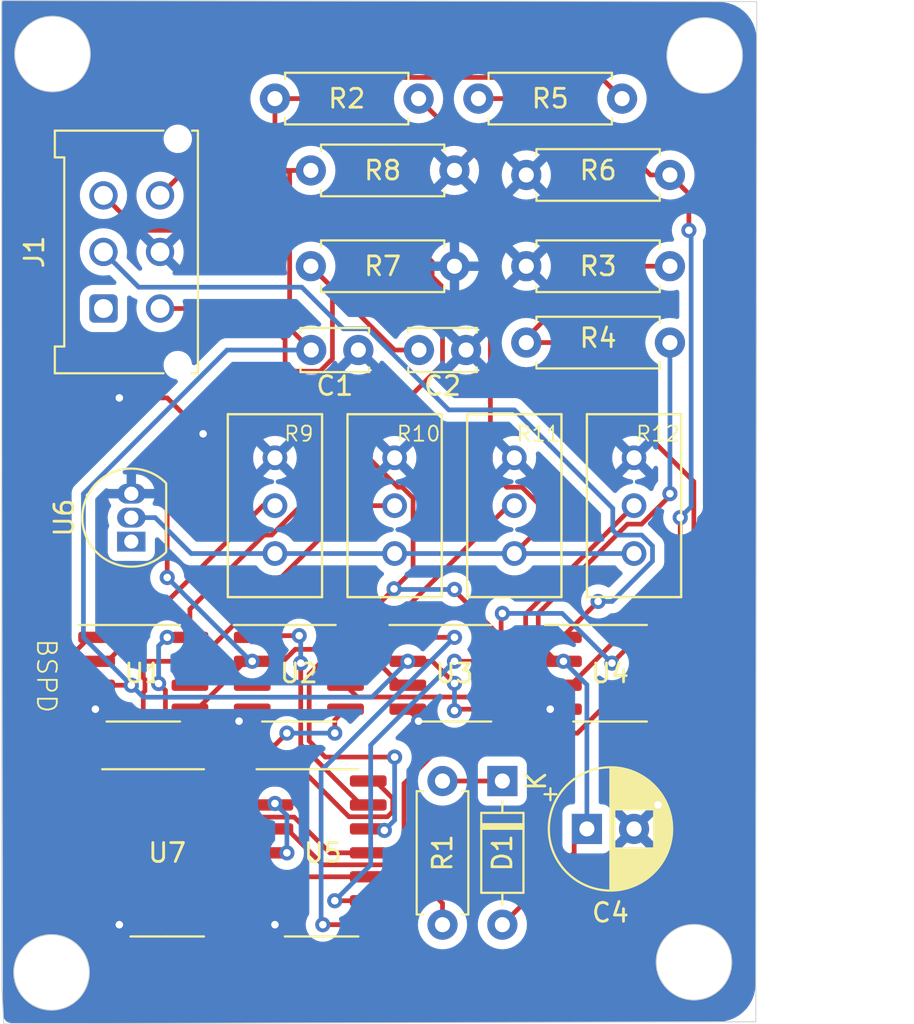
<source format=kicad_pcb>
(kicad_pcb (version 20221018) (generator pcbnew)
  (layers (0 "F.Cu" signal) (31 "B.Cu" signal) (34 "B.Paste" user) (35 "F.Paste" user) (36 "B.SilkS" user "B.Silkscreen") (37 "F.SilkS" user "F.Silkscreen") (38 "B.Mask" user) (39 "F.Mask" user) (44 "Edge.Cuts" user))
  (net 0 "")
  (net 1 "fault")
  (net 2 "Net-(D1-K)")
  (net 3 "12V")
  (net 4 "5V")
  (net 5 "GND")
  (net 6 "Net-(D1-A)")
  (net 7 "Net-(U4A-+)")
  (net 8 "brake")
  (net 9 "current")
  (net 10 "high_current")
  (net 11 "hard_brake")
  (net 12 "brake_short_ground")
  (net 13 "0.5V")
  (net 14 "4.5V")
  (net 15 "brake_short_power")
  (net 16 "current_short_ground")
  (net 17 "current_short_power")
  (net 18 "BSPD_signal")
  (net 19 "fault_1")
  (net 20 "Net-(U5-1B)")
  (net 21 "Net-(U5-2A)")
  (net 22 "Net-(U5-2B)")
  (net 23 "Net-(U7-1Y)")
  (net 31 "Net-(U1A--)")
  (net 32 "Net-(U1B--)")
  (footprint "Capacitor_THT:C_Disc_D3.4mm_W2.1mm_P2.50mm" (layer "F.Cu") (at 160.675 71.12)
    (fp_text reference "C1" (at 1.25 1.905) (layer "F.SilkS"))
    (fp_text value "0.1u")
    (pad "1" thru_hole circle (at 0 0) (size 1.6 1.6) (drill 0.8) (layers "*.Cu" "*.Mask") (net 9 "current"))
    (pad "2" thru_hole circle (at 2.5 0) (size 1.6 1.6) (drill 0.8) (layers "*.Cu" "*.Mask") (net 5 "GND"))
  )
  (footprint "Resistor_THT:R_Axial_DIN0207_L6.3mm_D2.5mm_P7.62mm_Horizontal" (layer "F.Cu") (at 169.545 57.785)
    (fp_text reference "R5" (at 3.81 0) (layer "F.SilkS"))
    (fp_text value "47k")
    (pad "1" thru_hole circle (at 0 0) (size 1.6 1.6) (drill 0.8) (layers "*.Cu" "*.Mask") (net 7 "Net-(U4A-+)"))
    (pad "2" thru_hole oval (at 7.62 0) (size 1.6 1.6) (drill 0.8) (layers "*.Cu" "*.Mask") (net 3 "12V"))
  )
  (footprint "Connector_Molex:Molex_Micro-Fit_3.0_43045-0612_2x03_P3.00mm_Vertical" (layer "F.Cu") (at 149.6538 68.9186 90)
    (fp_text reference "J1" (at 3 -3.67 90) (layer "F.SilkS"))
    (fp_text value "043045-0612")
    (pad "" np_thru_hole circle (at -3 3.94 90) (size 1 1) (drill 1) (layers "*.Cu" "*.Mask"))
    (pad "" np_thru_hole circle (at 9 3.94 90) (size 1 1) (drill 1) (layers "*.Cu" "*.Mask"))
    (pad "1" thru_hole roundrect (at 0 0 90) (size 1.5 1.5) (drill 1) (layers "*.Cu" "*.Mask") (roundrect_rratio 0.166667))
    (pad "2" thru_hole circle (at 3 0 90) (size 1.5 1.5) (drill 1) (layers "*.Cu" "*.Mask") (net 18 "BSPD_signal"))
    (pad "3" thru_hole circle (at 6 0 90) (size 1.5 1.5) (drill 1) (layers "*.Cu" "*.Mask") (net 9 "current"))
    (pad "4" thru_hole circle (at 0 3 90) (size 1.5 1.5) (drill 1) (layers "*.Cu" "*.Mask") (net 8 "brake"))
    (pad "5" thru_hole circle (at 3 3 90) (size 1.5 1.5) (drill 1) (layers "*.Cu" "*.Mask") (net 5 "GND"))
    (pad "6" thru_hole circle (at 6 3 90) (size 1.5 1.5) (drill 1) (layers "*.Cu" "*.Mask") (net 3 "12V"))
  )
  (footprint "Resistor_THT:R_Axial_DIN0207_L6.3mm_D2.5mm_P7.62mm_Horizontal" (layer "F.Cu") (at 158.75 57.785)
    (fp_text reference "R2" (at 3.81 0) (layer "F.SilkS"))
    (fp_text value "2.7k")
    (pad "1" thru_hole circle (at 0 0) (size 1.6 1.6) (drill 0.8) (layers "*.Cu" "*.Mask") (net 3 "12V"))
    (pad "2" thru_hole oval (at 7.62 0) (size 1.6 1.6) (drill 0.8) (layers "*.Cu" "*.Mask") (net 4 "5V"))
  )
  (footprint "Package_SO:SOIC-8_3.9x4.9mm_P1.27mm" (layer "F.Cu") (at 176.53 88.265)
    (fp_text reference "U4" (at 0 0) (layer "F.SilkS"))
    (fp_text value "LM358")
    (pad "1" smd roundrect (at -2.475 -1.905) (size 1.95 0.6) (layers "F.Cu" "F.Paste" "F.Mask") (net 18 "BSPD_signal"))
    (pad "2" smd roundrect (at -2.475 -0.635) (size 1.95 0.6) (layers "F.Cu" "F.Paste" "F.Mask") (net 6 "Net-(D1-A)"))
    (pad "3" smd roundrect (at -2.475 0.635) (size 1.95 0.6) (layers "F.Cu" "F.Paste" "F.Mask") (net 7 "Net-(U4A-+)"))
    (pad "4" smd roundrect (at -2.475 1.905) (size 1.95 0.6) (layers "F.Cu" "F.Paste" "F.Mask") (net 5 "GND"))
    (pad "5" smd roundrect (at 2.475 1.905) (size 1.95 0.6) (layers "F.Cu" "F.Paste" "F.Mask"))
    (pad "6" smd roundrect (at 2.475 0.635) (size 1.95 0.6) (layers "F.Cu" "F.Paste" "F.Mask"))
    (pad "7" smd roundrect (at 2.475 -0.635) (size 1.95 0.6) (layers "F.Cu" "F.Paste" "F.Mask"))
    (pad "8" smd roundrect (at 2.475 -1.905) (size 1.95 0.6) (layers "F.Cu" "F.Paste" "F.Mask") (net 3 "12V"))
  )
  (footprint "Capacitor_THT:C_Disc_D3.4mm_W2.1mm_P2.50mm" (layer "F.Cu") (at 166.39 71.12)
    (fp_text reference "C2" (at 1.25 1.905) (layer "F.SilkS"))
    (fp_text value "0.1u")
    (pad "1" thru_hole circle (at 0 0) (size 1.6 1.6) (drill 0.8) (layers "*.Cu" "*.Mask") (net 8 "brake"))
    (pad "2" thru_hole circle (at 2.5 0) (size 1.6 1.6) (drill 0.8) (layers "*.Cu" "*.Mask") (net 5 "GND"))
  )
  (footprint "Potentiometer_THT:Potentiometer_Vishay_T93YA103KT20" (layer "F.Cu") (at 165.1 79.375)
    (fp_text reference "R10" (at 1.27 -3.81 180) (layer "F.SilkS") (effects (font (size 0.8 0.8) (thickness 0.1))))
    (fp_text value "T93YA103KT20")
    (pad "A" thru_hole circle (at 0 -2.54) (size 1.308 1.308) (drill 0.8) (layers "*.Cu" "*.Mask") (net 5 "GND"))
    (pad "B" thru_hole circle (at 0 0) (size 1.308 1.308) (drill 0.8) (layers "*.Cu" "*.Mask") (net 32 "Net-(U1B--)"))
    (pad "C" thru_hole circle (at 0 2.54) (size 1.308 1.308) (drill 0.8) (layers "*.Cu" "*.Mask") (net 4 "5V"))
  )
  (footprint "Resistor_THT:R_Axial_DIN0207_L6.3mm_D2.5mm_P7.62mm_Horizontal" (layer "F.Cu") (at 167.64 101.6 90)
    (fp_text reference "R1" (at 3.81 0 90) (layer "F.SilkS"))
    (fp_text value "1k")
    (pad "1" thru_hole circle (at 0 0 90) (size 1.6 1.6) (drill 0.8) (layers "*.Cu" "*.Mask") (net 1 "fault"))
    (pad "2" thru_hole oval (at 7.62 0 90) (size 1.6 1.6) (drill 0.8) (layers "*.Cu" "*.Mask") (net 2 "Net-(D1-K)"))
  )
  (footprint "Package_SO:SOIC-8_3.9x4.9mm_P1.27mm" (layer "F.Cu") (at 160.02 88.265)
    (fp_text reference "U2" (at 0 0) (layer "F.SilkS"))
    (fp_text value "LM358")
    (pad "1" smd roundrect (at -2.475 -1.905) (size 1.95 0.6) (layers "F.Cu" "F.Paste" "F.Mask") (net 12 "brake_short_ground"))
    (pad "2" smd roundrect (at -2.475 -0.635) (size 1.95 0.6) (layers "F.Cu" "F.Paste" "F.Mask") (net 8 "brake"))
    (pad "3" smd roundrect (at -2.475 0.635) (size 1.95 0.6) (layers "F.Cu" "F.Paste" "F.Mask") (net 13 "0.5V"))
    (pad "4" smd roundrect (at -2.475 1.905) (size 1.95 0.6) (layers "F.Cu" "F.Paste" "F.Mask") (net 5 "GND"))
    (pad "5" smd roundrect (at 2.475 1.905) (size 1.95 0.6) (layers "F.Cu" "F.Paste" "F.Mask") (net 8 "brake"))
    (pad "6" smd roundrect (at 2.475 0.635) (size 1.95 0.6) (layers "F.Cu" "F.Paste" "F.Mask") (net 14 "4.5V"))
    (pad "7" smd roundrect (at 2.475 -0.635) (size 1.95 0.6) (layers "F.Cu" "F.Paste" "F.Mask") (net 15 "brake_short_power"))
    (pad "8" smd roundrect (at 2.475 -1.905) (size 1.95 0.6) (layers "F.Cu" "F.Paste" "F.Mask") (net 3 "12V"))
  )
  (footprint "Resistor_THT:R_Axial_DIN0207_L6.3mm_D2.5mm_P7.62mm_Horizontal" (layer "F.Cu") (at 160.655 66.675)
    (fp_text reference "R7" (at 3.81 0) (layer "F.SilkS"))
    (fp_text value "10k")
    (pad "1" thru_hole circle (at 0 0) (size 1.6 1.6) (drill 0.8) (layers "*.Cu" "*.Mask") (net 8 "brake"))
    (pad "2" thru_hole oval (at 7.62 0) (size 1.6 1.6) (drill 0.8) (layers "*.Cu" "*.Mask") (net 5 "GND"))
  )
  (footprint "Resistor_THT:R_Axial_DIN0207_L6.3mm_D2.5mm_P7.62mm_Horizontal" (layer "F.Cu") (at 168.275 61.595 180)
    (fp_text reference "R8" (at 3.81 0) (layer "F.SilkS"))
    (fp_text value "10k")
    (pad "1" thru_hole circle (at 0 0 180) (size 1.6 1.6) (drill 0.8) (layers "*.Cu" "*.Mask") (net 5 "GND"))
    (pad "2" thru_hole oval (at 7.62 0 180) (size 1.6 1.6) (drill 0.8) (layers "*.Cu" "*.Mask") (net 9 "current"))
  )
  (footprint "Resistor_THT:R_Axial_DIN0207_L6.3mm_D2.5mm_P7.62mm_Horizontal" (layer "F.Cu") (at 172.085 66.675)
    (fp_text reference "R3" (at 3.81 0) (layer "F.SilkS"))
    (fp_text value "5k")
    (pad "1" thru_hole circle (at 0 0) (size 1.6 1.6) (drill 0.8) (layers "*.Cu" "*.Mask") (net 5 "GND"))
    (pad "2" thru_hole oval (at 7.62 0) (size 1.6 1.6) (drill 0.8) (layers "*.Cu" "*.Mask") (net 1 "fault"))
  )
  (footprint "Diode_THT:D_DO-35_SOD27_P7.62mm_Horizontal" (layer "F.Cu") (at 170.815 93.98 -90)
    (fp_text reference "D1" (at 3.81 0 90) (layer "F.SilkS"))
    (fp_text value "1N4148")
    (fp_text user "K" (at 0 -1.8 90) (layer "F.SilkS"))
    (pad "1" thru_hole rect (at 0 0 270) (size 1.6 1.6) (drill 0.8) (layers "*.Cu" "*.Mask") (net 2 "Net-(D1-K)"))
    (pad "2" thru_hole oval (at 7.62 0 270) (size 1.6 1.6) (drill 0.8) (layers "*.Cu" "*.Mask") (net 6 "Net-(D1-A)"))
  )
  (footprint "Package_SO:SOIC-14_3.9x8.7mm_P1.27mm" (layer "F.Cu") (at 161.225 97.79)
    (fp_text reference "U5" (at 0.065 0) (layer "F.SilkS"))
    (fp_text value "HEF4071B (OR)")
    (pad "1" smd roundrect (at -2.475 -3.81) (size 1.95 0.6) (layers "F.Cu" "F.Paste" "F.Mask") (net 19 "fault_1"))
    (pad "2" smd roundrect (at -2.475 -2.54) (size 1.95 0.6) (layers "F.Cu" "F.Paste" "F.Mask") (net 20 "Net-(U5-1B)"))
    (pad "3" smd roundrect (at -2.475 -1.27) (size 1.95 0.6) (layers "F.Cu" "F.Paste" "F.Mask") (net 1 "fault"))
    (pad "4" smd roundrect (at -2.475 0) (size 1.95 0.6) (layers "F.Cu" "F.Paste" "F.Mask") (net 20 "Net-(U5-1B)"))
    (pad "5" smd roundrect (at -2.475 1.27) (size 1.95 0.6) (layers "F.Cu" "F.Paste" "F.Mask") (net 21 "Net-(U5-2A)"))
    (pad "6" smd roundrect (at -2.475 2.54) (size 1.95 0.6) (layers "F.Cu" "F.Paste" "F.Mask") (net 22 "Net-(U5-2B)"))
    (pad "7" smd roundrect (at -2.475 3.81) (size 1.95 0.6) (layers "F.Cu" "F.Paste" "F.Mask") (net 5 "GND"))
    (pad "8" smd roundrect (at 2.475 3.81) (size 1.95 0.6) (layers "F.Cu" "F.Paste" "F.Mask") (net 16 "current_short_ground"))
    (pad "9" smd roundrect (at 2.475 2.54) (size 1.95 0.6) (layers "F.Cu" "F.Paste" "F.Mask") (net 17 "current_short_power"))
    (pad "10" smd roundrect (at 2.475 1.27) (size 1.95 0.6) (layers "F.Cu" "F.Paste" "F.Mask") (net 21 "Net-(U5-2A)"))
    (pad "11" smd roundrect (at 2.475 0) (size 1.95 0.6) (layers "F.Cu" "F.Paste" "F.Mask") (net 22 "Net-(U5-2B)"))
    (pad "12" smd roundrect (at 2.475 -1.27) (size 1.95 0.6) (layers "F.Cu" "F.Paste" "F.Mask") (net 15 "brake_short_power"))
    (pad "13" smd roundrect (at 2.475 -2.54) (size 1.95 0.6) (layers "F.Cu" "F.Paste" "F.Mask") (net 12 "brake_short_ground"))
    (pad "14" smd roundrect (at 2.475 -3.81) (size 1.95 0.6) (layers "F.Cu" "F.Paste" "F.Mask") (net 3 "12V"))
  )
  (footprint "Potentiometer_THT:Potentiometer_Vishay_T93YA103KT20" (layer "F.Cu") (at 177.8 79.375)
    (fp_text reference "R12" (at 1.27 -3.81 180) (layer "F.SilkS") (effects (font (size 0.8 0.8) (thickness 0.1))))
    (fp_text value "T93YA103KT20")
    (pad "A" thru_hole circle (at 0 -2.54) (size 1.308 1.308) (drill 0.8) (layers "*.Cu" "*.Mask") (net 5 "GND"))
    (pad "B" thru_hole circle (at 0 0) (size 1.308 1.308) (drill 0.8) (layers "*.Cu" "*.Mask") (net 14 "4.5V"))
    (pad "C" thru_hole circle (at 0 2.54) (size 1.308 1.308) (drill 0.8) (layers "*.Cu" "*.Mask") (net 4 "5V"))
  )
  (footprint "Package_TO_SOT_THT:TO-92_Inline" (layer "F.Cu") (at 151.13 81.28 90)
    (fp_text reference "U6" (at 1.27 -3.56 90) (layer "F.SilkS"))
    (fp_text value "LM4040LP-5")
    (pad "1" thru_hole rect (at 0 0 90) (size 1.05 1.5) (drill 0.75) (layers "*.Cu" "*.Mask"))
    (pad "2" thru_hole oval (at 1.27 0 90) (size 1.05 1.5) (drill 0.75) (layers "*.Cu" "*.Mask") (net 4 "5V"))
    (pad "3" thru_hole oval (at 2.54 0 90) (size 1.05 1.5) (drill 0.75) (layers "*.Cu" "*.Mask") (net 5 "GND"))
  )
  (footprint "Package_SO:SOIC-8_3.9x4.9mm_P1.27mm" (layer "F.Cu") (at 168.275 88.265)
    (fp_text reference "U3" (at 0 0) (layer "F.SilkS"))
    (fp_text value "LM358")
    (pad "1" smd roundrect (at -2.475 -1.905) (size 1.95 0.6) (layers "F.Cu" "F.Paste" "F.Mask") (net 16 "current_short_ground"))
    (pad "2" smd roundrect (at -2.475 -0.635) (size 1.95 0.6) (layers "F.Cu" "F.Paste" "F.Mask") (net 9 "current"))
    (pad "3" smd roundrect (at -2.475 0.635) (size 1.95 0.6) (layers "F.Cu" "F.Paste" "F.Mask") (net 13 "0.5V"))
    (pad "4" smd roundrect (at -2.475 1.905) (size 1.95 0.6) (layers "F.Cu" "F.Paste" "F.Mask") (net 5 "GND"))
    (pad "5" smd roundrect (at 2.475 1.905) (size 1.95 0.6) (layers "F.Cu" "F.Paste" "F.Mask") (net 9 "current"))
    (pad "6" smd roundrect (at 2.475 0.635) (size 1.95 0.6) (layers "F.Cu" "F.Paste" "F.Mask") (net 14 "4.5V"))
    (pad "7" smd roundrect (at 2.475 -0.635) (size 1.95 0.6) (layers "F.Cu" "F.Paste" "F.Mask") (net 17 "current_short_power"))
    (pad "8" smd roundrect (at 2.475 -1.905) (size 1.95 0.6) (layers "F.Cu" "F.Paste" "F.Mask") (net 3 "12V"))
  )
  (footprint "Package_SO:SOIC-14_3.9x8.7mm_P1.27mm" (layer "F.Cu") (at 153.035 97.79)
    (fp_text reference "U7" (at 0 0) (layer "F.SilkS"))
    (fp_text value "HEF4011B (NAND)")
    (pad "1" smd roundrect (at -2.475 -3.81) (size 1.95 0.6) (layers "F.Cu" "F.Paste" "F.Mask") (net 10 "high_current"))
    (pad "2" smd roundrect (at -2.475 -2.54) (size 1.95 0.6) (layers "F.Cu" "F.Paste" "F.Mask") (net 11 "hard_brake"))
    (pad "3" smd roundrect (at -2.475 -1.27) (size 1.95 0.6) (layers "F.Cu" "F.Paste" "F.Mask") (net 23 "Net-(U7-1Y)"))
    (pad "4" smd roundrect (at -2.475 0) (size 1.95 0.6) (layers "F.Cu" "F.Paste" "F.Mask") (net 19 "fault_1"))
    (pad "5" smd roundrect (at -2.475 1.27) (size 1.95 0.6) (layers "F.Cu" "F.Paste" "F.Mask") (net 23 "Net-(U7-1Y)"))
    (pad "6" smd roundrect (at -2.475 2.54) (size 1.95 0.6) (layers "F.Cu" "F.Paste" "F.Mask") (net 3 "12V"))
    (pad "7" smd roundrect (at -2.475 3.81) (size 1.95 0.6) (layers "F.Cu" "F.Paste" "F.Mask") (net 5 "GND"))
    (pad "8" smd roundrect (at 2.475 3.81) (size 1.95 0.6) (layers "F.Cu" "F.Paste" "F.Mask"))
    (pad "9" smd roundrect (at 2.475 2.54) (size 1.95 0.6) (layers "F.Cu" "F.Paste" "F.Mask"))
    (pad "10" smd roundrect (at 2.475 1.27) (size 1.95 0.6) (layers "F.Cu" "F.Paste" "F.Mask"))
    (pad "11" smd roundrect (at 2.475 0) (size 1.95 0.6) (layers "F.Cu" "F.Paste" "F.Mask"))
    (pad "12" smd roundrect (at 2.475 -1.27) (size 1.95 0.6) (layers "F.Cu" "F.Paste" "F.Mask"))
    (pad "13" smd roundrect (at 2.475 -2.54) (size 1.95 0.6) (layers "F.Cu" "F.Paste" "F.Mask"))
    (pad "14" smd roundrect (at 2.475 -3.81) (size 1.95 0.6) (layers "F.Cu" "F.Paste" "F.Mask") (net 3 "12V"))
  )
  (footprint "Potentiometer_THT:Potentiometer_Vishay_T93YA103KT20" (layer "F.Cu") (at 171.45 79.375)
    (fp_text reference "R11" (at 1.27 -3.81 180) (layer "F.SilkS") (effects (font (size 0.8 0.8) (thickness 0.1))))
    (fp_text value "T93YA103KT20")
    (pad "A" thru_hole circle (at 0 -2.54) (size 1.308 1.308) (drill 0.8) (layers "*.Cu" "*.Mask") (net 5 "GND"))
    (pad "B" thru_hole circle (at 0 0) (size 1.308 1.308) (drill 0.8) (layers "*.Cu" "*.Mask") (net 13 "0.5V"))
    (pad "C" thru_hole circle (at 0 2.54) (size 1.308 1.308) (drill 0.8) (layers "*.Cu" "*.Mask") (net 4 "5V"))
  )
  (footprint "Potentiometer_THT:Potentiometer_Vishay_T93YA103KT20" (layer "F.Cu") (at 158.75 79.375)
    (fp_text reference "R9" (at 1.27 -3.81 180) (layer "F.SilkS") (effects (font (size 0.8 0.8) (thickness 0.1))))
    (fp_text value "T93YA103KT20")
    (pad "A" thru_hole circle (at 0 -2.54) (size 1.308 1.308) (drill 0.8) (layers "*.Cu" "*.Mask") (net 5 "GND"))
    (pad "B" thru_hole circle (at 0 0) (size 1.308 1.308) (drill 0.8) (layers "*.Cu" "*.Mask") (net 31 "Net-(U1A--)"))
    (pad "C" thru_hole circle (at 0 2.54) (size 1.308 1.308) (drill 0.8) (layers "*.Cu" "*.Mask") (net 4 "5V"))
  )
  (footprint "Resistor_THT:R_Axial_DIN0207_L6.3mm_D2.5mm_P7.62mm_Horizontal" (layer "F.Cu") (at 172.085 61.835)
    (fp_text reference "R6" (at 3.81 -0.24) (layer "F.SilkS"))
    (fp_text value "47k")
    (pad "1" thru_hole circle (at 0 0) (size 1.6 1.6) (drill 0.8) (layers "*.Cu" "*.Mask") (net 5 "GND"))
    (pad "2" thru_hole oval (at 7.62 0) (size 1.6 1.6) (drill 0.8) (layers "*.Cu" "*.Mask") (net 7 "Net-(U4A-+)"))
  )
  (footprint "Package_SO:SOIC-8_3.9x4.9mm_P1.27mm" (layer "F.Cu") (at 151.765 88.265)
    (fp_text reference "U1" (at 0 0) (layer "F.SilkS"))
    (fp_text value "LM358")
    (pad "1" smd roundrect (at -2.475 -1.905) (size 1.95 0.6) (layers "F.Cu" "F.Paste" "F.Mask") (net 10 "high_current"))
    (pad "2" smd roundrect (at -2.475 -0.635) (size 1.95 0.6) (layers "F.Cu" "F.Paste" "F.Mask") (net 31 "Net-(U1A--)"))
    (pad "3" smd roundrect (at -2.475 0.635) (size 1.95 0.6) (layers "F.Cu" "F.Paste" "F.Mask") (net 9 "current"))
    (pad "4" smd roundrect (at -2.475 1.905) (size 1.95 0.6) (layers "F.Cu" "F.Paste" "F.Mask") (net 5 "GND"))
    (pad "5" smd roundrect (at 2.475 1.905) (size 1.95 0.6) (layers "F.Cu" "F.Paste" "F.Mask") (net 8 "brake"))
    (pad "6" smd roundrect (at 2.475 0.635) (size 1.95 0.6) (layers "F.Cu" "F.Paste" "F.Mask") (net 32 "Net-(U1B--)"))
    (pad "7" smd roundrect (at 2.475 -0.635) (size 1.95 0.6) (layers "F.Cu" "F.Paste" "F.Mask") (net 11 "hard_brake"))
    (pad "8" smd roundrect (at 2.475 -1.905) (size 1.95 0.6) (layers "F.Cu" "F.Paste" "F.Mask") (net 3 "12V"))
  )
  (footprint "Capacitor_THT:CP_Radial_D6.3mm_P2.50mm" (layer "F.Cu") (at 175.3 96.52)
    (fp_text reference "C4" (at 1.25 4.445) (layer "F.SilkS"))
    (fp_text value "12u")
    (pad "1" thru_hole rect (at 0 0) (size 1.6 1.6) (drill 0.8) (layers "*.Cu" "*.Mask") (net 6 "Net-(D1-A)"))
    (pad "2" thru_hole circle (at 2.5 0) (size 1.6 1.6) (drill 0.8) (layers "*.Cu" "*.Mask") (net 5 "GND"))
  )
  (footprint "Resistor_THT:R_Axial_DIN0207_L6.3mm_D2.5mm_P7.62mm_Horizontal" (layer "F.Cu") (at 172.085 70.725)
    (fp_text reference "R4" (at 3.81 -0.24) (layer "F.SilkS"))
    (fp_text value "50k")
    (pad "1" thru_hole circle (at 0 0) (size 1.6 1.6) (drill 0.8) (layers "*.Cu" "*.Mask") (net 1 "fault"))
    (pad "2" thru_hole oval (at 7.62 0) (size 1.6 1.6) (drill 0.8) (layers "*.Cu" "*.Mask") (net 6 "Net-(D1-A)"))
  )
  (gr_line (start 184.26 106.75) (end 144.36 106.86) (stroke (width 0.05)) (layer "Edge.Cuts"))
  (gr_line (start 144.36 106.86) (end 144.25 104.82) (stroke (width 0.05)) (layer "Edge.Cuts"))
  (gr_line (start 144.25 104.82) (end 144.25 52.58) (stroke (width 0.05)) (layer "Edge.Cuts"))
  (gr_circle (center 180.98 103.59) (end 182.98 103.59) (stroke (width 0.05)) (fill none) (layer "Edge.Cuts"))
  (gr_circle (center 146.9 104.13) (end 148.9 104.13) (stroke (width 0.05)) (fill none) (layer "Edge.Cuts"))
  (gr_circle (center 146.95 55.42) (end 148.95 55.42) (stroke (width 0.05)) (fill none) (layer "Edge.Cuts"))
  (gr_line (start 184.31 52.64) (end 184.26 106.75) (stroke (width 0.05)) (layer "Edge.Cuts"))
  (gr_line (start 144.25 52.58) (end 184.31 52.64) (stroke (width 0.05)) (layer "Edge.Cuts"))
  (gr_circle (center 181.55 55.5) (end 183.55 55.5) (stroke (width 0.05)) (fill none) (layer "Edge.Cuts"))
  (gr_text "BSPD" (at 146.05 86.36 -90) (layer "F.SilkS") (effects (font (size 1 1) (thickness 0.1)) (justify left bottom)))
  (segment (start 165.59637 94.11863) (end 168.275 91.44) (width 0.25) (layer "F.Cu") (net 1))
  (segment (start 180.975 87.306751) (end 180.975 78.105) (width 0.25) (layer "F.Cu") (net 1))
  (segment (start 167.64 101.6) (end 167.64 100.46863) (width 0.25) (layer "F.Cu") (net 1))
  (segment (start 175.895 66.675) (end 179.705 66.675) (width 0.25) (layer "F.Cu") (net 1))
  (segment (start 180.975 78.105) (end 173.595 70.725) (width 0.25) (layer "F.Cu") (net 1))
  (segment (start 172.085 70.725) (end 172.085 70.485) (width 0.25) (layer "F.Cu") (net 1))
  (segment (start 159.385 96.52) (end 158.75 96.52) (width 0.25) (layer "F.Cu") (net 1))
  (segment (start 173.595 70.725) (end 172.085 70.725) (width 0.25) (layer "F.Cu") (net 1))
  (segment (start 174.798249 91.44) (end 177.983249 88.255) (width 0.25) (layer "F.Cu") (net 1))
  (segment (start 172.085 70.485) (end 175.895 66.675) (width 0.25) (layer "F.Cu") (net 1))
  (segment (start 167.64 100.46863) (end 165.59637 98.425) (width 0.25) (layer "F.Cu") (net 1))
  (segment (start 161.29 98.425) (end 159.385 96.52) (width 0.25) (layer "F.Cu") (net 1))
  (segment (start 165.59637 98.425) (end 161.29 98.425) (width 0.25) (layer "F.Cu") (net 1))
  (segment (start 177.983249 88.255) (end 180.026751 88.255) (width 0.25) (layer "F.Cu") (net 1))
  (segment (start 168.275 91.44) (end 174.798249 91.44) (width 0.25) (layer "F.Cu") (net 1))
  (segment (start 180.026751 88.255) (end 180.975 87.306751) (width 0.25) (layer "F.Cu") (net 1))
  (segment (start 165.59637 98.425) (end 165.59637 94.11863) (width 0.25) (layer "F.Cu") (net 1))
  (segment (start 167.64 93.98) (end 170.815 93.98) (width 0.25) (layer "F.Cu") (net 2))
  (segment (start 152.94 89.171) (end 152.94 92.615) (width 0.25) (layer "F.Cu") (net 3))
  (segment (start 165.505516 78.396) (end 165.276484 78.396) (width 0.25) (layer "F.Cu") (net 3))
  (segment (start 152.6538 62.9186) (end 154.3974 61.175) (width 0.25) (layer "F.Cu") (net 3))
  (segment (start 167.089505 66.438514) (end 163.83 63.179009) (width 0.25) (layer "F.Cu") (net 3))
  (segment (start 170.75 86.36) (end 170.75 85.155) (width 0.25) (layer "F.Cu") (net 3))
  (segment (start 167.089505 67.225495) (end 167.089505 66.438514) (width 0.25) (layer "F.Cu") (net 3))
  (segment (start 152.39 95.895) (end 154.305 93.98) (width 0.25) (layer "F.Cu") (net 3))
  (segment (start 164.076751 93.98) (end 163.7 93.98) (width 0.25) (layer "F.Cu") (net 3))
  (segment (start 158.573516 80.936) (end 163.252258 76.257258) (width 0.25) (layer "F.Cu") (net 3))
  (segment (start 163.83 56.66) (end 161.78 56.66) (width 0.25) (layer "F.Cu") (net 3))
  (segment (start 167.64 67.775991) (end 167.089505 67.225495) (width 0.25) (layer "F.Cu") (net 3))
  (segment (start 162.678249 95.875) (end 164.721751 95.875) (width 0.25) (layer "F.Cu") (net 3))
  (segment (start 168.275 83.885) (end 168.275 83.82) (width 0.25) (layer "F.Cu") (net 3))
  (segment (start 165 95.596751) (end 165 94.903249) (width 0.25) (layer "F.Cu") (net 3))
  (segment (start 176.628175 87.728175) (end 177.99635 86.36) (width 0.25) (layer "F.Cu") (net 3))
  (segment (start 160.158249 93.355) (end 162.678249 95.875) (width 0.25) (layer "F.Cu") (net 3))
  (segment (start 153.035 86.36) (end 154.24 86.36) (width 0.25) (layer "F.Cu") (net 3))
  (segment (start 152.5795 88.8105) (end 152.94 89.171) (width 0.25) (layer "F.Cu") (net 3))
  (segment (start 165.0675 83.7875) (end 166.079 82.776) (width 0.25) (layer "F.Cu") (net 3))
  (segment (start 170.75 85.155) (end 170.815 85.09) (width 0.25) (layer "F.Cu") (net 3))
  (segment (start 148.333249 95.895) (end 152.39 95.895) (width 0.25) (layer "F.Cu") (net 3))
  (segment (start 163.252258 76.257258) (end 167.64 71.869516) (width 0.25) (layer "F.Cu") (net 3))
  (segment (start 165.276484 78.396) (end 163.252258 76.371774) (width 0.25) (layer "F.Cu") (net 3))
  (segment (start 158.168 80.936) (end 158.573516 80.936) (width 0.25) (layer "F.Cu") (net 3))
  (segment (start 148.14 96.088249) (end 148.333249 95.895) (width 0.25) (layer "F.Cu") (net 3))
  (segment (start 154.24 84.864) (end 158.168 80.936) (width 0.25) (layer "F.Cu") (net 3))
  (segment (start 177.99635 86.36) (end 179.005 86.36) (width 0.25) (layer "F.Cu") (net 3))
  (segment (start 160.655 57.785) (end 161.78 56.66) (width 0.25) (layer "F.Cu") (net 3))
  (segment (start 158.75 60.365) (end 158.75 57.785) (width 0.25) (layer "F.Cu") (net 3))
  (segment (start 154.305 93.98) (end 154.93 93.355) (width 0.25) (layer "F.Cu") (net 3))
  (segment (start 158.75 57.785) (end 160.655 57.785) (width 0.25) (layer "F.Cu") (net 3))
  (segment (start 167.64 71.869516) (end 167.64 67.775991) (width 0.25) (layer "F.Cu") (net 3))
  (segment (start 152.94 92.615) (end 154.305 93.98) (width 0.25) (layer "F.Cu") (net 3))
  (segment (start 165 94.903249) (end 164.076751 93.98) (width 0.25) (layer "F.Cu") (net 3))
  (segment (start 166.079 82.776) (end 166.079 78.969484) (width 0.25) (layer "F.Cu") (net 3))
  (segment (start 154.93 93.355) (end 160.158249 93.355) (width 0.25) (layer "F.Cu") (net 3))
  (segment (start 154.24 86.36) (end 154.24 84.864) (width 0.25) (layer "F.Cu") (net 3))
  (segment (start 148.978249 100.33) (end 148.14 99.491751) (width 0.25) (layer "F.Cu") (net 3))
  (segment (start 163.83 63.179009) (end 163.83 56.66) (width 0.25) (layer "F.Cu") (net 3))
  (segment (start 170.75 86.36) (end 168.275 83.885) (width 0.25) (layer "F.Cu") (net 3))
  (segment (start 176.04 56.66) (end 163.83 56.66) (width 0.25) (layer "F.Cu") (net 3))
  (segment (start 162.495 86.36) (end 165.0675 83.7875) (width 0.25) (layer "F.Cu") (net 3))
  (segment (start 154.3974 61.175) (end 157.94 61.175) (width 0.25) (layer "F.Cu") (net 3))
  (segment (start 164.721751 95.875) (end 165 95.596751) (width 0.25) (layer "F.Cu") (net 3))
  (segment (start 177.165 57.785) (end 176.04 56.66) (width 0.25) (layer "F.Cu") (net 3))
  (segment (start 148.14 99.491751) (end 148.14 96.088249) (width 0.25) (layer "F.Cu") (net 3))
  (segment (start 157.94 61.175) (end 158.75 60.365) (width 0.25) (layer "F.Cu") (net 3))
  (segment (start 166.079 78.969484) (end 165.505516 78.396) (width 0.25) (layer "F.Cu") (net 3))
  (segment (start 150.56 100.33) (end 148.978249 100.33) (width 0.25) (layer "F.Cu") (net 3))
  (segment (start 163.252258 76.371774) (end 163.252258 76.257258) (width 0.25) (layer "F.Cu") (net 3))
  (via (at 176.628175 87.728175) (size 0.8) (drill 0.4) (layers "F.Cu" "B.Cu") (net 3))
  (via (at 152.5795 88.8105) (size 0.8) (drill 0.4) (layers "F.Cu" "B.Cu") (net 3))
  (via (at 170.815 85.09) (size 0.8) (drill 0.4) (layers "F.Cu" "B.Cu") (net 3))
  (via (at 168.275 83.82) (size 0.8) (drill 0.4) (layers "F.Cu" "B.Cu") (net 3))
  (via (at 153.035 86.36) (size 0.8) (drill 0.4) (layers "F.Cu" "B.Cu") (net 3))
  (via (at 165.0675 83.7875) (size 0.8) (drill 0.4) (layers "F.Cu" "B.Cu") (net 3))
  (segment (start 153.035 86.36) (end 152.5795 86.8155) (width 0.25) (layer "B.Cu") (net 3))
  (segment (start 152.5795 86.8155) (end 152.5795 88.8105) (width 0.25) (layer "B.Cu") (net 3))
  (segment (start 168.275 83.82) (end 165.1 83.82) (width 0.25) (layer "B.Cu") (net 3))
  (segment (start 173.99 85.09) (end 176.628175 87.728175) (width 0.25) (layer "B.Cu") (net 3))
  (segment (start 165.1 83.82) (end 165.0675 83.7875) (width 0.25) (layer "B.Cu") (net 3))
  (segment (start 170.815 85.09) (end 173.99 85.09) (width 0.25) (layer "B.Cu") (net 3))
  (segment (start 171.855516 78.396) (end 172.72 79.260484) (width 0.25) (layer "F.Cu") (net 4))
  (segment (start 170.18 61.595) (end 170.18 77.531516) (width 0.25) (layer "F.Cu") (net 4))
  (segment (start 171.044484 78.396) (end 171.855516 78.396) (width 0.25) (layer "F.Cu") (net 4))
  (segment (start 170.18 77.531516) (end 171.044484 78.396) (width 0.25) (layer "F.Cu") (net 4))
  (segment (start 166.37 57.785) (end 170.18 61.595) (width 0.25) (layer "F.Cu") (net 4))
  (segment (start 172.72 80.645) (end 171.45 81.915) (width 0.25) (layer "F.Cu") (net 4))
  (segment (start 172.72 79.260484) (end 172.72 80.645) (width 0.25) (layer "F.Cu") (net 4))
  (segment (start 151.13 80.01) (end 152.4 80.01) (width 0.25) (layer "B.Cu") (net 4))
  (segment (start 158.75 81.915) (end 154.305 81.915) (width 0.25) (layer "B.Cu") (net 4))
  (segment (start 165.1 81.915) (end 171.45 81.915) (width 0.25) (layer "B.Cu") (net 4))
  (segment (start 171.45 81.915) (end 177.8 81.915) (width 0.25) (layer "B.Cu") (net 4))
  (segment (start 152.4 80.01) (end 154.305 81.915) (width 0.25) (layer "B.Cu") (net 4))
  (segment (start 158.75 81.915) (end 165.1 81.915) (width 0.25) (layer "B.Cu") (net 4))
  (segment (start 179.07 95.25) (end 177.8 96.52) (width 0.25) (layer "F.Cu") (net 5))
  (segment (start 150.495 73.66) (end 153.035 73.66) (width 0.25) (layer "F.Cu") (net 5))
  (segment (start 156.91 90.805) (end 157.545 90.17) (width 0.25) (layer "F.Cu") (net 5))
  (segment (start 166.37 90.74) (end 165.8 90.17) (width 0.25) (layer "F.Cu") (net 5))
  (segment (start 156.845 90.805) (end 156.91 90.805) (width 0.25) (layer "F.Cu") (net 5))
  (segment (start 166.37 90.805) (end 166.37 90.74) (width 0.25) (layer "F.Cu") (net 5))
  (segment (start 153.035 73.66) (end 154.94 75.565) (width 0.25) (layer "F.Cu") (net 5))
  (via (at 150.495 73.66) (size 0.8) (drill 0.4) (layers "F.Cu" "B.Cu") (net 5))
  (via (at 150.495 101.6) (size 0.8) (drill 0.4) (layers "F.Cu" "B.Cu") (net 5))
  (via (at 179.07 95.25) (size 0.8) (drill 0.4) (layers "F.Cu" "B.Cu") (net 5))
  (via (at 149.225 90.17) (size 0.8) (drill 0.4) (layers "F.Cu" "B.Cu") (net 5))
  (via (at 154.94 75.565) (size 0.8) (drill 0.4) (layers "F.Cu" "B.Cu") (net 5))
  (via (at 173.355 90.17) (size 0.8) (drill 0.4) (layers "F.Cu" "B.Cu") (net 5))
  (via (at 156.845 90.805) (size 0.8) (drill 0.4) (layers "F.Cu" "B.Cu") (net 5))
  (via (at 166.37 90.805) (size 0.8) (drill 0.4) (layers "F.Cu" "B.Cu") (net 5))
  (via (at 158.75 101.6) (size 0.8) (drill 0.4) (layers "F.Cu" "B.Cu") (net 5))
  (segment (start 170.815 101.6) (end 174.625 97.79) (width 0.25) (layer "F.Cu") (net 6))
  (segment (start 174.625 97.79) (end 174.625 97.195) (width 0.25) (layer "F.Cu") (net 6))
  (segment (start 174.625 97.195) (end 175.3 96.52) (width 0.25) (layer "F.Cu") (net 6))
  (segment (start 172.72 86.671751) (end 173.678249 87.63) (width 0.25) (layer "F.Cu") (net 6))
  (segment (start 177.457396 80.354) (end 172.72 85.091396) (width 0.25) (layer "F.Cu") (net 6))
  (segment (start 179.705 78.854516) (end 178.205516 80.354) (width 0.25) (layer "F.Cu") (net 6))
  (segment (start 179.705 78.74) (end 179.705 78.854516) (width 0.25) (layer "F.Cu") (net 6))
  (segment (start 173.678249 87.63) (end 174.055 87.63) (width 0.25) (layer "F.Cu") (net 6))
  (segment (start 172.72 85.091396) (end 172.72 86.671751) (width 0.25) (layer "F.Cu") (net 6))
  (segment (start 178.205516 80.354) (end 177.457396 80.354) (width 0.25) (layer "F.Cu") (net 6))
  (via (at 174.055 87.63) (size 0.8) (drill 0.4) (layers "F.Cu" "B.Cu") (net 6))
  (via (at 179.705 78.74) (size 0.8) (drill 0.4) (layers "F.Cu" "B.Cu") (net 6))
  (segment (start 179.705 70.725) (end 179.705 78.74) (width 0.25) (layer "B.Cu") (net 6))
  (segment (start 175.3 88.875) (end 175.3 96.52) (width 0.25) (layer "B.Cu") (net 6))
  (segment (start 175.3 88.875) (end 174.055 87.63) (width 0.25) (layer "B.Cu") (net 6))
  (segment (start 179.705 61.835) (end 178.675 61.835) (width 0.25) (layer "F.Cu") (net 7))
  (segment (start 178.675 61.835) (end 174.625 57.785) (width 0.25) (layer "F.Cu") (net 7))
  (segment (start 180.7105 63.0795) (end 180.83 62.96) (width 0.25) (layer "F.Cu") (net 7))
  (segment (start 174.431751 88.9) (end 180.195 83.136751) (width 0.25) (layer "F.Cu") (net 7))
  (segment (start 180.195 83.136751) (end 180.2505 83.081251) (width 0.25) (layer "F.Cu") (net 7))
  (segment (start 180.83 62.96) (end 179.705 61.835) (width 0.25) (layer "F.Cu") (net 7))
  (segment (start 174.055 88.9) (end 174.431751 88.9) (width 0.25) (layer "F.Cu") (net 7))
  (segment (start 174.625 57.785) (end 169.545 57.785) (width 0.25) (layer "F.Cu") (net 7))
  (segment (start 180.7105 64.77) (end 180.7105 63.0795) (width 0.25) (layer "F.Cu") (net 7))
  (segment (start 180.2505 83.081251) (end 180.2505 80.01) (width 0.25) (layer "F.Cu") (net 7))
  (via (at 180.2505 80.01) (size 0.8) (drill 0.4) (layers "F.Cu" "B.Cu") (net 7))
  (via (at 180.7105 64.77) (size 0.8) (drill 0.4) (layers "F.Cu" "B.Cu") (net 7))
  (segment (start 180.83 79.4305) (end 180.83 64.8895) (width 0.25) (layer "B.Cu") (net 7))
  (segment (start 180.2505 80.01) (end 180.83 79.4305) (width 0.25) (layer "B.Cu") (net 7))
  (segment (start 180.83 64.8895) (end 180.7105 64.77) (width 0.25) (layer "B.Cu") (net 7))
  (segment (start 153.035 79.255) (end 159.29 73) (width 0.25) (layer "F.Cu") (net 8))
  (segment (start 165.1 71.12) (end 160.655 66.675) (width 0.25) (layer "F.Cu") (net 8))
  (segment (start 157.6436 68.9186) (end 159.29 70.565) (width 0.25) (layer "F.Cu") (net 8))
  (segment (start 161.8 71.585991) (end 161.140991 72.245) (width 0.25) (layer "F.Cu") (net 8))
  (segment (start 152.6538 68.9186) (end 157.6436 68.9186) (width 0.25) (layer "F.Cu") (net 8))
  (segment (start 154.24 90.17) (end 156.145 92.075) (width 0.25) (layer "F.Cu") (net 8))
  (segment (start 161.925 90.74) (end 162.495 90.17) (width 0.25) (layer "F.Cu") (net 8))
  (segment (start 161.140991 72.245) (end 159.29 72.245) (width 0.25) (layer "F.Cu") (net 8))
  (segment (start 161.925 91.44) (end 161.925 90.74) (width 0.25) (layer "F.Cu") (net 8))
  (segment (start 166.39 71.12) (end 165.1 71.12) (width 0.25) (layer "F.Cu") (net 8))
  (segment (start 161.8 67.82) (end 161.8 71.585991) (width 0.25) (layer "F.Cu") (net 8))
  (segment (start 153.035 83.185) (end 153.035 79.255) (width 0.25) (layer "F.Cu") (net 8))
  (segment (start 160.655 66.675) (end 161.8 67.82) (width 0.25) (layer "F.Cu") (net 8))
  (segment (start 159.29 73) (end 159.29 72.245) (width 0.25) (layer "F.Cu") (net 8))
  (segment (start 158.75 92.075) (end 159.385 91.44) (width 0.25) (layer "F.Cu") (net 8))
  (segment (start 157.545 87.63) (end 157.168249 87.63) (width 0.25) (layer "F.Cu") (net 8))
  (segment (start 159.29 70.565) (end 159.29 72.245) (width 0.25) (layer "F.Cu") (net 8))
  (segment (start 156.145 92.075) (end 158.75 92.075) (width 0.25) (layer "F.Cu") (net 8))
  (segment (start 154.628249 90.17) (end 154.24 90.17) (width 0.25) (layer "F.Cu") (net 8))
  (segment (start 157.168249 87.63) (end 154.628249 90.17) (width 0.25) (layer "F.Cu") (net 8))
  (via (at 161.925 91.44) (size 0.8) (drill 0.4) (layers "F.Cu" "B.Cu") (net 8))
  (via (at 157.545 87.63) (size 0.8) (drill 0.4) (layers "F.Cu" "B.Cu") (net 8))
  (via (at 153.035 83.185) (size 0.8) (drill 0.4) (layers "F.Cu" "B.Cu") (net 8))
  (via (at 159.385 91.44) (size 0.8) (drill 0.4) (layers "F.Cu" "B.Cu") (net 8))
  (segment (start 157.545 87.63) (end 157.48 87.63) (width 0.25) (layer "B.Cu") (net 8))
  (segment (start 159.385 91.44) (end 161.925 91.44) (width 0.25) (layer "B.Cu") (net 8))
  (segment (start 157.48 87.63) (end 153.035 83.185) (width 0.25) (layer "B.Cu") (net 8))
  (segment (start 168.275 88.8005) (end 167.1045 87.63) (width 0.25) (layer "F.Cu") (net 9))
  (segment (start 151.5052 64.77) (end 159.53 64.77) (width 0.25) (layer "F.Cu") (net 9))
  (segment (start 149.6538 62.9186) (end 151.5052 64.77) (width 0.25) (layer "F.Cu") (net 9))
  (segment (start 160.675 71.12) (end 159.53 69.975) (width 0.25) (layer "F.Cu") (net 9))
  (segment (start 167.1045 87.63) (end 165.8 87.63) (width 0.25) (layer "F.Cu") (net 9))
  (segment (start 149.29 88.9) (end 149.225 88.9) (width 0.25) (layer "F.Cu") (net 9))
  (segment (start 159.53 64.77) (end 159.53 62.23) (width 0.25) (layer "F.Cu") (net 9))
  (segment (start 149.225 88.9) (end 151.13 88.9) (width 0.25) (layer "F.Cu") (net 9))
  (segment (start 159.53 69.975) (end 159.53 64.77) (width 0.25) (layer "F.Cu") (net 9))
  (segment (start 159.53 61.74) (end 159.385 61.595) (width 0.25) (layer "F.Cu") (net 9))
  (segment (start 168.3545 90.17) (end 168.275 90.2495) (width 0.25) (layer "F.Cu") (net 9))
  (segment (start 170.75 90.17) (end 168.3545 90.17) (width 0.25) (layer "F.Cu") (net 9))
  (segment (start 160.655 61.595) (end 159.385 61.595) (width 0.25) (layer "F.Cu") (net 9))
  (segment (start 159.53 62.23) (end 159.53 61.74) (width 0.25) (layer "F.Cu") (net 9))
  (via (at 151.13 88.9) (size 0.8) (drill 0.4) (layers "F.Cu" "B.Cu") (net 9))
  (via (at 165.8 87.63) (size 0.8) (drill 0.4) (layers "F.Cu" "B.Cu") (net 9))
  (via (at 168.275 88.8005) (size 0.8) (drill 0.4) (layers "F.Cu" "B.Cu") (net 9))
  (via (at 168.275 90.2495) (size 0.8) (drill 0.4) (layers "F.Cu" "B.Cu") (net 9))
  (segment (start 151.13 88.9) (end 151.765 89.535) (width 0.25) (layer "B.Cu") (net 9))
  (segment (start 148.59 78.74) (end 156.21 71.12) (width 0.25) (layer "B.Cu") (net 9))
  (segment (start 148.59 86.36) (end 148.59 78.74) (width 0.25) (layer "B.Cu") (net 9))
  (segment (start 156.21 71.12) (end 160.675 71.12) (width 0.25) (layer "B.Cu") (net 9))
  (segment (start 168.275 90.2495) (end 168.275 88.8005) (width 0.25) (layer "B.Cu") (net 9))
  (segment (start 151.13 88.9) (end 148.59 86.36) (width 0.25) (layer "B.Cu") (net 9))
  (segment (start 151.765 89.535) (end 163.895 89.535) (width 0.25) (layer "B.Cu") (net 9))
  (segment (start 163.895 89.535) (end 165.8 87.63) (width 0.25) (layer "B.Cu") (net 9))
  (segment (start 147.99 92.615) (end 147.99 87.283249) (width 0.25) (layer "F.Cu") (net 10))
  (segment (start 149.355 93.98) (end 147.99 92.615) (width 0.25) (layer "F.Cu") (net 10))
  (segment (start 147.99 87.283249) (end 148.913249 86.36) (width 0.25) (layer "F.Cu") (net 10))
  (segment (start 148.913249 86.36) (end 149.29 86.36) (width 0.25) (layer "F.Cu") (net 10))
  (segment (start 150.56 93.98) (end 149.355 93.98) (width 0.25) (layer "F.Cu") (net 10))
  (segment (start 151.765 87.63) (end 151.765 88.509695) (width 0.25) (layer "F.Cu") (net 11))
  (segment (start 151.86 94.326751) (end 151.765 94.421751) (width 0.25) (layer "F.Cu") (net 11))
  (segment (start 151.765 95.25) (end 150.56 95.25) (width 0.25) (layer "F.Cu") (net 11))
  (segment (start 151.855 88.599695) (end 151.855 89.200305) (width 0.25) (layer "F.Cu") (net 11))
  (segment (start 151.855 89.200305) (end 151.765 89.290305) (width 0.25) (layer "F.Cu") (net 11))
  (segment (start 151.86 93.633249) (end 151.86 94.326751) (width 0.25) (layer "F.Cu") (net 11))
  (segment (start 151.765 94.421751) (end 151.765 95.25) (width 0.25) (layer "F.Cu") (net 11))
  (segment (start 154.24 87.63) (end 151.765 87.63) (width 0.25) (layer "F.Cu") (net 11))
  (segment (start 151.765 88.509695) (end 151.855 88.599695) (width 0.25) (layer "F.Cu") (net 11))
  (segment (start 151.765 89.290305) (end 151.765 93.538249) (width 0.25) (layer "F.Cu") (net 11))
  (segment (start 151.765 93.538249) (end 151.86 93.633249) (width 0.25) (layer "F.Cu") (net 11))
  (segment (start 163.7 95.25) (end 163.323249 95.25) (width 0.25) (layer "F.Cu") (net 12))
  (segment (start 157.6345 86.2705) (end 157.545 86.36) (width 0.25) (layer "F.Cu") (net 12))
  (segment (start 160.118175 92.044926) (end 160.118175 87.728175) (width 0.25) (layer "F.Cu") (net 12))
  (segment (start 163.323249 95.25) (end 160.118175 92.044926) (width 0.25) (layer "F.Cu") (net 12))
  (segment (start 160.037686 86.2705) (end 157.6345 86.2705) (width 0.25) (layer "F.Cu") (net 12))
  (via (at 160.037686 86.2705) (size 0.8) (drill 0.4) (layers "F.Cu" "B.Cu") (net 12))
  (via (at 160.118175 87.728175) (size 0.8) (drill 0.4) (layers "F.Cu" "B.Cu") (net 12))
  (segment (start 160.118175 86.350989) (end 160.037686 86.2705) (width 0.25) (layer "B.Cu") (net 12))
  (segment (start 160.118175 87.728175) (end 160.118175 86.350989) (width 0.25) (layer "B.Cu") (net 12))
  (segment (start 163.674124 87.150875) (end 163.674124 86.839124) (width 0.25) (layer "F.Cu") (net 13))
  (segment (start 157.921751 88.9) (end 157.545 88.9) (width 0.25) (layer "F.Cu") (net 13))
  (segment (start 171.138249 79.375) (end 163.674124 86.839124) (width 0.25) (layer "F.Cu") (net 13))
  (segment (start 159.826751 86.995) (end 157.921751 88.9) (width 0.25) (layer "F.Cu") (net 13))
  (segment (start 165.8 88.9) (end 165.423249 88.9) (width 0.25) (layer "F.Cu") (net 13))
  (segment (start 163.674124 86.839124) (end 163.518249 86.995) (width 0.25) (layer "F.Cu") (net 13))
  (segment (start 165.423249 88.9) (end 163.674124 87.150875) (width 0.25) (layer "F.Cu") (net 13))
  (segment (start 163.518249 86.995) (end 159.826751 86.995) (width 0.25) (layer "F.Cu") (net 13))
  (segment (start 171.45 79.375) (end 171.138249 79.375) (width 0.25) (layer "F.Cu") (net 13))
  (segment (start 170.125 89.525) (end 170.75 88.9) (width 0.25) (layer "F.Cu") (net 14))
  (segment (start 163.12 89.525) (end 170.125 89.525) (width 0.25) (layer "F.Cu") (net 14))
  (segment (start 171.126751 88.9) (end 170.75 88.9) (width 0.25) (layer "F.Cu") (net 14))
  (segment (start 162.495 88.9) (end 163.12 89.525) (width 0.25) (layer "F.Cu") (net 14))
  (segment (start 172.05 85.125) (end 172.05 87.976751) (width 0.25) (layer "F.Cu") (net 14))
  (segment (start 177.8 79.375) (end 172.05 85.125) (width 0.25) (layer "F.Cu") (net 14))
  (segment (start 172.05 87.976751) (end 171.126751 88.9) (width 0.25) (layer "F.Cu") (net 14))
  (segment (start 160.568175 88.30348) (end 160.568175 91.85853) (width 0.25) (layer "F.Cu") (net 15))
  (segment (start 162.495 87.63) (end 161.241655 87.63) (width 0.25) (layer "F.Cu") (net 15))
  (segment (start 161.419645 92.71) (end 165.1 92.71) (width 0.25) (layer "F.Cu") (net 15))
  (segment (start 160.568175 91.85853) (end 161.419645 92.71) (width 0.25) (layer "F.Cu") (net 15))
  (segment (start 161.241655 87.63) (end 160.568175 88.30348) (width 0.25) (layer "F.Cu") (net 15))
  (via (at 165.1 92.71) (size 0.8) (drill 0.4) (layers "F.Cu" "B.Cu") (net 15))
  (via (at 164.5545 96.5995) (size 0.8) (drill 0.4) (layers "F.Cu" "B.Cu") (net 15))
  (segment (start 165.1 92.71) (end 165.1 96.054) (width 0.25) (layer "B.Cu") (net 15))
  (segment (start 165.1 96.054) (end 164.5545 96.5995) (width 0.25) (layer "B.Cu") (net 15))
  (segment (start 163.7 101.6) (end 161.29 101.6) (width 0.25) (layer "F.Cu") (net 16))
  (segment (start 168.275 86.36) (end 165.8 86.36) (width 0.25) (layer "F.Cu") (net 16))
  (via (at 168.275 86.36) (size 0.8) (drill 0.4) (layers "F.Cu" "B.Cu") (net 16))
  (via (at 161.29 101.6) (size 0.8) (drill 0.4) (layers "F.Cu" "B.Cu") (net 16))
  (segment (start 161.2 101.51) (end 161.2 93.435) (width 0.25) (layer "B.Cu") (net 16))
  (segment (start 161.29 101.6) (end 161.2 101.51) (width 0.25) (layer "B.Cu") (net 16))
  (segment (start 161.2 93.435) (end 168.275 86.36) (width 0.25) (layer "B.Cu") (net 16))
  (segment (start 161.925 100.33) (end 163.7 100.33) (width 0.25) (layer "F.Cu") (net 17))
  (segment (start 170.75 87.63) (end 168.275 87.63) (width 0.25) (layer "F.Cu") (net 17))
  (via (at 161.925 100.33) (size 0.8) (drill 0.4) (layers "F.Cu" "B.Cu") (net 17))
  (via (at 168.275 87.63) (size 0.8) (drill 0.4) (layers "F.Cu" "B.Cu") (net 17))
  (segment (start 168.275 87.63) (end 163.83 92.075) (width 0.25) (layer "B.Cu") (net 17))
  (segment (start 163.83 98.425) (end 161.925 100.33) (width 0.25) (layer "B.Cu") (net 17))
  (segment (start 163.83 92.075) (end 163.83 98.425) (width 0.25) (layer "B.Cu") (net 17))
  (segment (start 175.895 84.455) (end 174.055 86.295) (width 0.25) (layer "F.Cu") (net 18))
  (segment (start 174.055 86.295) (end 174.055 86.36) (width 0.25) (layer "F.Cu") (net 18))
  (via (at 175.895 84.455) (size 0.8) (drill 0.4) (layers "F.Cu" "B.Cu") (net 18))
  (segment (start 163.674009 69.995) (end 167.974009 74.295) (width 0.25) (layer "B.Cu") (net 18))
  (segment (start 176.671912 80.672396) (end 176.935516 80.936) (width 0.25) (layer "B.Cu") (net 18))
  (segment (start 162.384009 69.995) (end 163.674009 69.995) (width 0.25) (layer "B.Cu") (net 18))
  (segment (start 171.45 74.295) (end 176.671912 79.516912) (width 0.25) (layer "B.Cu") (net 18))
  (segment (start 176.935516 80.936) (end 178.205516 80.936) (width 0.25) (layer "B.Cu") (net 18))
  (segment (start 176.671912 79.516912) (end 176.671912 80.672396) (width 0.25) (layer "B.Cu") (net 18))
  (segment (start 178.779 81.509484) (end 178.779 82.320516) (width 0.25) (layer "B.Cu") (net 18))
  (segment (start 167.974009 74.295) (end 171.45 74.295) (width 0.25) (layer "B.Cu") (net 18))
  (segment (start 160.177005 67.787995) (end 162.384009 69.995) (width 0.25) (layer "B.Cu") (net 18))
  (segment (start 176.644516 84.455) (end 175.895 84.455) (width 0.25) (layer "B.Cu") (net 18))
  (segment (start 178.205516 80.936) (end 178.779 81.509484) (width 0.25) (layer "B.Cu") (net 18))
  (segment (start 149.6538 65.9186) (end 151.523195 67.787995) (width 0.25) (layer "B.Cu") (net 18))
  (segment (start 151.523195 67.787995) (end 160.177005 67.787995) (width 0.25) (layer "B.Cu") (net 18))
  (segment (start 178.779 82.320516) (end 176.644516 84.455) (width 0.25) (layer "B.Cu") (net 18))
  (segment (start 156.81 95.551853) (end 157.45 94.911853) (width 0.25) (layer "F.Cu") (net 19))
  (segment (start 157.48 93.98) (end 158.75 93.98) (width 0.25) (layer "F.Cu") (net 19))
  (segment (start 151.388249 97.79) (end 153.303249 95.875) (width 0.25) (layer "F.Cu") (net 19))
  (segment (start 157.45 94.911853) (end 157.45 94.01) (width 0.25) (layer "F.Cu") (net 19))
  (segment (start 156.81 95.596751) (end 156.81 95.551853) (width 0.25) (layer "F.Cu") (net 19))
  (segment (start 156.531751 95.875) (end 156.81 95.596751) (width 0.25) (layer "F.Cu") (net 19))
  (segment (start 153.303249 95.875) (end 156.531751 95.875) (width 0.25) (layer "F.Cu") (net 19))
  (segment (start 157.45 94.01) (end 157.48 93.98) (width 0.25) (layer "F.Cu") (net 19))
  (segment (start 158.75 97.79) (end 159.385 97.79) (width 0.25) (layer "F.Cu") (net 20))
  (via (at 159.385 97.79) (size 0.8) (drill 0.4) (layers "F.Cu" "B.Cu") (net 20))
  (via (at 158.75 95.1705) (size 0.8) (drill 0.4) (layers "F.Cu" "B.Cu") (net 20))
  (segment (start 159.385 97.79) (end 159.385 95.8055) (width 0.25) (layer "B.Cu") (net 20))
  (segment (start 159.385 95.8055) (end 158.75 95.1705) (width 0.25) (layer "B.Cu") (net 20))
  (segment (start 158.75 99.06) (end 163.7 99.06) (width 0.25) (layer "F.Cu") (net 21))
  (segment (start 157.45 96.173249) (end 157.728249 95.895) (width 0.25) (layer "F.Cu") (net 22))
  (segment (start 157.45 99.406751) (end 157.45 96.173249) (width 0.25) (layer "F.Cu") (net 22))
  (segment (start 161.666751 97.79) (end 163.7 97.79) (width 0.25) (layer "F.Cu") (net 22))
  (segment (start 158.75 100.33) (end 158.373249 100.33) (width 0.25) (layer "F.Cu") (net 22))
  (segment (start 157.728249 95.895) (end 159.771751 95.895) (width 0.25) (layer "F.Cu") (net 22))
  (segment (start 158.373249 100.33) (end 157.45 99.406751) (width 0.25) (layer "F.Cu") (net 22))
  (segment (start 159.771751 95.895) (end 161.666751 97.79) (width 0.25) (layer "F.Cu") (net 22))
  (segment (start 149.613249 99.06) (end 148.59 98.036751) (width 0.25) (layer "F.Cu") (net 23))
  (segment (start 148.59 97.543249) (end 149.613249 96.52) (width 0.25) (layer "F.Cu") (net 23))
  (segment (start 149.613249 96.52) (end 149.99 96.52) (width 0.25) (layer "F.Cu") (net 23))
  (segment (start 149.99 99.06) (end 149.613249 99.06) (width 0.25) (layer "F.Cu") (net 23))
  (segment (start 148.59 98.036751) (end 148.59 97.543249) (width 0.25) (layer "F.Cu") (net 23))
  (segment (start 158.75 79.375) (end 158.115 79.375) (width 0.25) (layer "F.Cu") (net 31))
  (segment (start 149.86 87.63) (end 149.29 87.63) (width 0.25) (layer "F.Cu") (net 31))
  (segment (start 158.115 79.375) (end 149.86 87.63) (width 0.25) (layer "F.Cu") (net 31))
  (segment (start 162.883249 79.375) (end 155.54 86.718249) (width 0.25) (layer "F.Cu") (net 32))
  (segment (start 154.616751 88.9) (end 154.24 88.9) (width 0.25) (layer "F.Cu") (net 32))
  (segment (start 155.54 86.718249) (end 155.54 87.976751) (width 0.25) (layer "F.Cu") (net 32))
  (segment (start 155.54 87.976751) (end 154.616751 88.9) (width 0.25) (layer "F.Cu") (net 32))
  (segment (start 165.1 79.375) (end 162.883249 79.375) (width 0.25) (layer "F.Cu") (net 32))
  (zone (net 5) (net_name "GND") (layer "B.Cu") (connect_pads (clearance 0.5)) (min_thickness 0.25) (fill yes (thermal_gap 0.5) (thermal_bridge_width 0.5) (smoothing fillet) (radius 2))
    (polygon (pts (xy 144.254431 52.7006) (xy 144.314431 106.8206) (xy 184.244431 106.8106) (xy 184.314431 52.6606) (xy 144.164431 52.5706) (xy 144.244431 52.5706)))
  )
)
</source>
